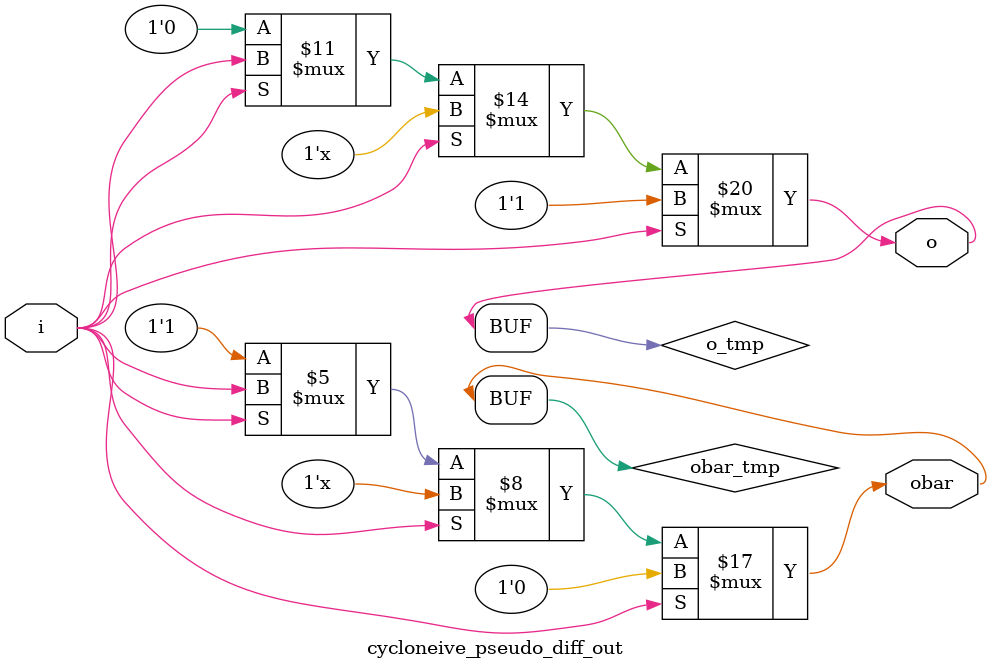
<source format=v>
module cycloneive_pseudo_diff_out(
                             i,
                             o,
                             obar
                             );
parameter lpm_type = "cycloneive_pseudo_diff_out";
input i;
output o;
output obar;
reg o_tmp;
reg obar_tmp;
assign o = o_tmp;
assign obar = obar_tmp;
always@(i)
    begin
        if( i == 1'b1)
            begin
                o_tmp = 1'b1;
                obar_tmp = 1'b0;
            end
        else if( i == 1'b0)
            begin
                o_tmp = 1'b0;
                obar_tmp = 1'b1;
            end
        else
            begin
                o_tmp = i;
                obar_tmp = i;
            end
    end
endmodule
</source>
